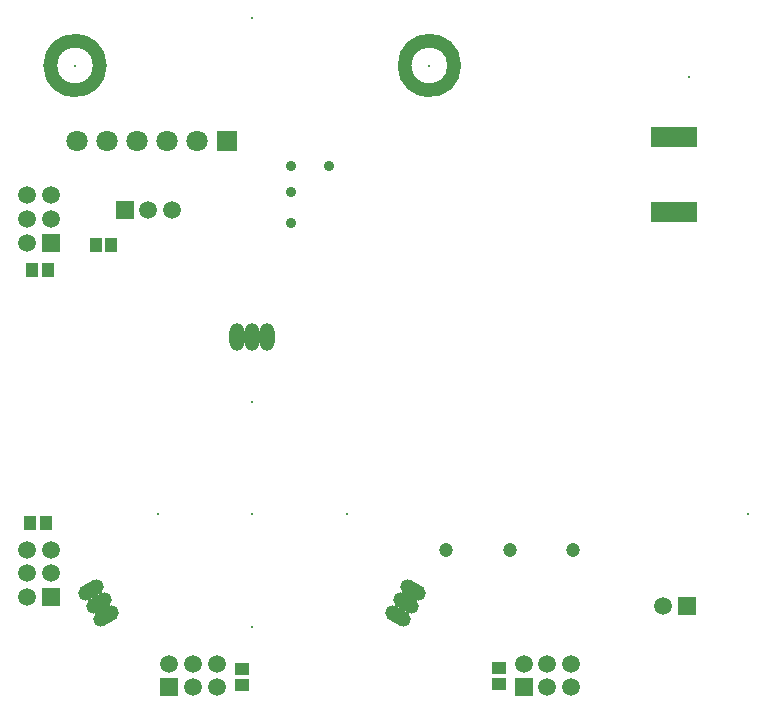
<source format=gbs>
G04*
G04 #@! TF.GenerationSoftware,Altium Limited,Altium Designer,24.4.1 (13)*
G04*
G04 Layer_Color=16711935*
%FSLAX44Y44*%
%MOMM*%
G71*
G04*
G04 #@! TF.SameCoordinates,1D3D786A-4C35-496E-9A10-02EDD5D57B8C*
G04*
G04*
G04 #@! TF.FilePolarity,Negative*
G04*
G01*
G75*
%ADD43C,1.2000*%
%ADD46R,1.1032X1.2032*%
%ADD52R,1.0532X1.1532*%
%ADD54R,1.2032X1.1032*%
%ADD67C,1.5032*%
%ADD68R,1.5032X1.5032*%
%ADD69C,0.2032*%
%ADD70C,1.8032*%
%ADD71R,1.8032X1.8032*%
%ADD72R,1.5032X1.5032*%
%ADD73C,1.2032*%
G04:AMPARAMS|DCode=74|XSize=2.3432mm|YSize=1.2732mm|CornerRadius=0mm|HoleSize=0mm|Usage=FLASHONLY|Rotation=330.000|XOffset=0mm|YOffset=0mm|HoleType=Round|Shape=Round|*
%AMOVALD74*
21,1,1.0700,1.2732,0.0000,0.0000,330.0*
1,1,1.2732,-0.4633,0.2675*
1,1,1.2732,0.4633,-0.2675*
%
%ADD74OVALD74*%

%ADD75O,1.2732X2.3432*%
G04:AMPARAMS|DCode=76|XSize=2.3432mm|YSize=1.2732mm|CornerRadius=0mm|HoleSize=0mm|Usage=FLASHONLY|Rotation=210.000|XOffset=0mm|YOffset=0mm|HoleType=Round|Shape=Round|*
%AMOVALD76*
21,1,1.0700,1.2732,0.0000,0.0000,210.0*
1,1,1.2732,0.4633,0.2675*
1,1,1.2732,-0.4633,-0.2675*
%
%ADD76OVALD76*%

%ADD77C,0.9032*%
%ADD92R,3.8532X1.8032*%
D43*
X171000Y380000D02*
G03*
X171000Y380000I-21000J0D01*
G01*
X-129000D02*
G03*
X-129000Y380000I-21000J0D01*
G01*
D46*
X-186750Y207000D02*
D03*
X-173250D02*
D03*
X-187750Y-7000D02*
D03*
X-174250D02*
D03*
D52*
X-132500Y228000D02*
D03*
X-119500D02*
D03*
D54*
X209000Y-143750D02*
D03*
Y-130250D02*
D03*
X-9000Y-144750D02*
D03*
Y-131250D02*
D03*
D67*
X-68000Y258000D02*
D03*
X-88000D02*
D03*
X348000Y-78000D02*
D03*
X-190500Y-30000D02*
D03*
Y-50000D02*
D03*
X-170500Y-30000D02*
D03*
Y-50000D02*
D03*
X-190500Y-70000D02*
D03*
Y270000D02*
D03*
Y250000D02*
D03*
X-170500Y270000D02*
D03*
Y250000D02*
D03*
X-190500Y230000D02*
D03*
X270000Y-126300D02*
D03*
X250000D02*
D03*
X270000Y-146300D02*
D03*
X250000D02*
D03*
X230000Y-126300D02*
D03*
X-30000D02*
D03*
X-50000D02*
D03*
X-30000Y-146300D02*
D03*
X-50000D02*
D03*
X-70000Y-126300D02*
D03*
D68*
X-108000Y258000D02*
D03*
X368000Y-78000D02*
D03*
X230000Y-146300D02*
D03*
X-70000D02*
D03*
D69*
X0Y0D02*
D03*
X-150000Y380000D02*
D03*
X150000D02*
D03*
X420000Y0D02*
D03*
X370000Y370000D02*
D03*
X0Y420000D02*
D03*
Y-95000D02*
D03*
Y95000D02*
D03*
X-80000Y0D02*
D03*
X80000D02*
D03*
D70*
X-148500Y316000D02*
D03*
X-123100D02*
D03*
X-72300D02*
D03*
X-46900D02*
D03*
X-97700D02*
D03*
D71*
X-21500D02*
D03*
D72*
X-170500Y-70000D02*
D03*
Y230000D02*
D03*
D73*
X164000Y-30000D02*
D03*
X272000D02*
D03*
X218000D02*
D03*
D74*
X136250Y-64001D02*
D03*
X123550Y-85998D02*
D03*
X129900Y-75000D02*
D03*
D75*
X-0Y150000D02*
D03*
X12700D02*
D03*
X-12700D02*
D03*
D76*
X-129900Y-75000D02*
D03*
X-136250Y-64001D02*
D03*
X-123550Y-85998D02*
D03*
D77*
X65000Y295000D02*
D03*
X33000Y273000D02*
D03*
Y247000D02*
D03*
Y295000D02*
D03*
D92*
X357000Y256250D02*
D03*
Y319750D02*
D03*
M02*

</source>
